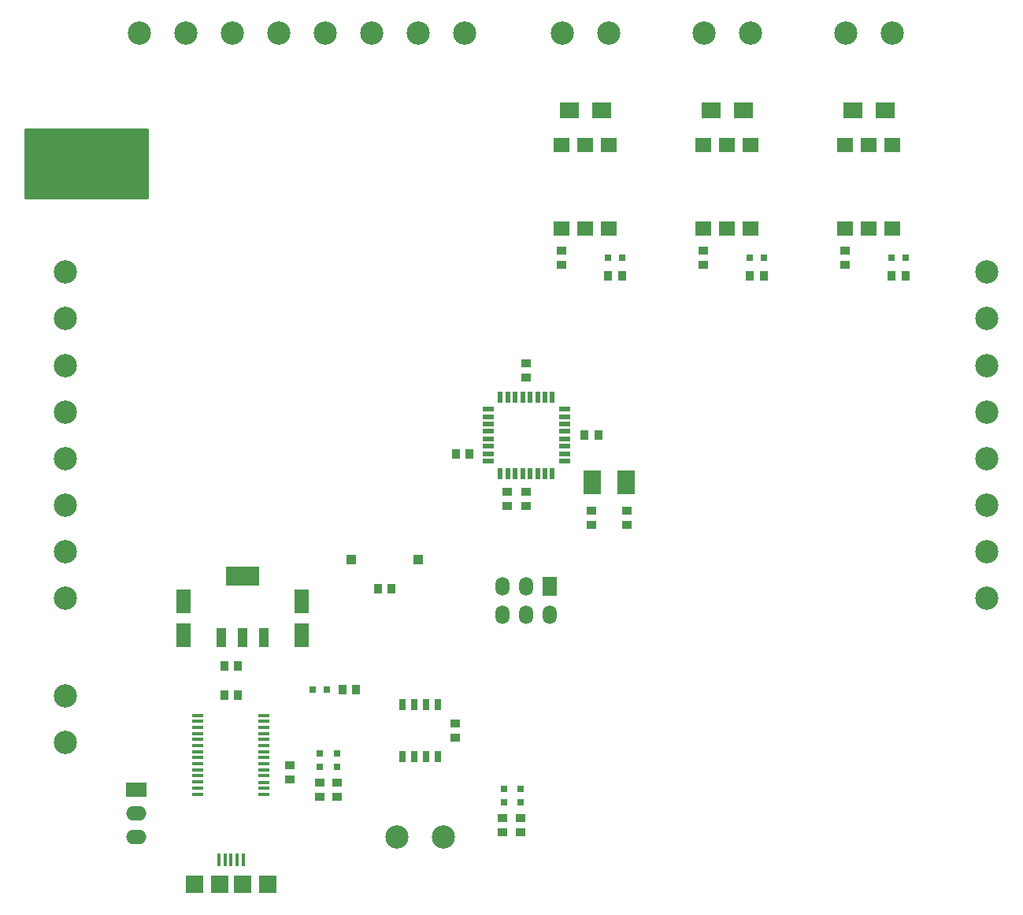
<source format=gts>
G04 (created by PCBNEW (2013-may-18)-stable) date Wed 01 Apr 2015 05:40:54 PM EDT*
%MOIN*%
G04 Gerber Fmt 3.4, Leading zero omitted, Abs format*
%FSLAX34Y34*%
G01*
G70*
G90*
G04 APERTURE LIST*
%ADD10C,0.00590551*%
%ADD11R,0.05X0.016*%
%ADD12R,0.144X0.08*%
%ADD13R,0.04X0.08*%
%ADD14R,0.025X0.05*%
%ADD15R,0.0394X0.0394*%
%ADD16R,0.06X0.0787*%
%ADD17O,0.06X0.0787*%
%ADD18R,0.0866X0.06*%
%ADD19O,0.0866X0.06*%
%ADD20C,0.0984252*%
%ADD21R,0.0708661X0.0590551*%
%ADD22R,0.0217X0.0512*%
%ADD23R,0.0512X0.0217*%
%ADD24R,0.0723291X0.0998882*%
%ADD25R,0.063X0.1024*%
%ADD26R,0.0394X0.0354*%
%ADD27R,0.0354X0.0394*%
%ADD28R,0.0314X0.0314*%
%ADD29R,0.0747X0.0747*%
%ADD30R,0.0157X0.0531*%
%ADD31R,0.0157X0.053*%
%ADD32R,0.0827X0.0669*%
%ADD33C,0.01*%
G04 APERTURE END LIST*
G54D10*
G54D11*
X25600Y-49850D03*
X25600Y-50100D03*
X25600Y-50360D03*
X25600Y-50620D03*
X25600Y-50870D03*
X25600Y-51130D03*
X25600Y-51390D03*
X25600Y-51640D03*
X25600Y-51900D03*
X25600Y-52150D03*
X25600Y-52410D03*
X25600Y-52670D03*
X25600Y-52920D03*
X25600Y-53180D03*
X28400Y-53180D03*
X28400Y-52920D03*
X28400Y-52680D03*
X28400Y-52410D03*
X28400Y-52150D03*
X28400Y-51900D03*
X28400Y-51640D03*
X28400Y-51390D03*
X28400Y-51130D03*
X28400Y-50870D03*
X28400Y-50620D03*
X28400Y-50360D03*
X28400Y-50100D03*
X28400Y-49850D03*
G54D12*
X27500Y-43950D03*
G54D13*
X27500Y-46550D03*
X28400Y-46550D03*
X26600Y-46550D03*
G54D14*
X35750Y-49400D03*
X35250Y-49400D03*
X34750Y-49400D03*
X34250Y-49400D03*
X34250Y-51600D03*
X34750Y-51600D03*
X35250Y-51600D03*
X35750Y-51600D03*
G54D15*
X34917Y-43250D03*
X32083Y-43250D03*
G54D16*
X40500Y-44402D03*
G54D17*
X40500Y-45598D03*
X39500Y-44402D03*
X39500Y-45598D03*
X38500Y-44402D03*
X38500Y-45598D03*
G54D18*
X23000Y-53000D03*
G54D19*
X23000Y-54000D03*
X23000Y-55000D03*
G54D20*
X59000Y-31110D03*
X59000Y-33078D03*
X59000Y-35047D03*
X59000Y-37015D03*
X59000Y-38984D03*
X59000Y-40952D03*
X59000Y-44889D03*
X59000Y-42921D03*
X23110Y-21000D03*
X25078Y-21000D03*
X27047Y-21000D03*
X29015Y-21000D03*
X30984Y-21000D03*
X32952Y-21000D03*
X36889Y-21000D03*
X34921Y-21000D03*
X20000Y-44889D03*
X20000Y-42921D03*
X20000Y-40952D03*
X20000Y-38984D03*
X20000Y-37015D03*
X20000Y-35047D03*
X20000Y-31110D03*
X20000Y-33078D03*
X42984Y-21000D03*
X41015Y-21000D03*
X20000Y-49015D03*
X20000Y-50984D03*
X48984Y-21000D03*
X47015Y-21000D03*
X54984Y-21000D03*
X53015Y-21000D03*
X34015Y-55000D03*
X35984Y-55000D03*
G54D21*
X53000Y-29274D03*
X54000Y-29274D03*
X55000Y-29274D03*
X55000Y-25726D03*
X54000Y-25726D03*
X53000Y-25728D03*
X47000Y-29274D03*
X48000Y-29274D03*
X49000Y-29274D03*
X49000Y-25726D03*
X48000Y-25726D03*
X47000Y-25728D03*
X41000Y-29274D03*
X42000Y-29274D03*
X43000Y-29274D03*
X43000Y-25726D03*
X42000Y-25726D03*
X41000Y-25728D03*
G54D22*
X39343Y-39614D03*
X39657Y-39614D03*
X39972Y-39614D03*
X40287Y-39614D03*
X40602Y-39614D03*
X38398Y-39614D03*
X38713Y-39614D03*
X39028Y-39614D03*
G54D23*
X41114Y-39102D03*
X41114Y-38787D03*
X41114Y-38472D03*
X41114Y-38157D03*
X41114Y-37843D03*
X41114Y-37528D03*
X41114Y-37213D03*
X41114Y-36898D03*
G54D22*
X40602Y-36386D03*
X40287Y-36386D03*
X39972Y-36386D03*
X39657Y-36386D03*
X39343Y-36386D03*
X39028Y-36386D03*
X38713Y-36386D03*
X38398Y-36386D03*
G54D23*
X37886Y-36898D03*
X37886Y-37213D03*
X37886Y-37528D03*
X37886Y-37843D03*
X37886Y-38157D03*
X37886Y-38472D03*
X37886Y-38787D03*
X37886Y-39102D03*
G54D24*
X43728Y-40000D03*
X42271Y-40000D03*
G54D25*
X25000Y-45041D03*
X25000Y-46459D03*
X30000Y-46459D03*
X30000Y-45041D03*
G54D26*
X42250Y-41204D03*
X42250Y-41796D03*
X43750Y-41204D03*
X43750Y-41796D03*
G54D27*
X27296Y-47750D03*
X26704Y-47750D03*
G54D26*
X29500Y-51954D03*
X29500Y-52546D03*
X36500Y-50796D03*
X36500Y-50204D03*
G54D27*
X42546Y-38000D03*
X41954Y-38000D03*
X36504Y-38800D03*
X37096Y-38800D03*
X27296Y-49000D03*
X26704Y-49000D03*
G54D26*
X38700Y-40996D03*
X38700Y-40404D03*
G54D28*
X38550Y-53545D03*
X38550Y-52955D03*
X39250Y-53545D03*
X39250Y-52955D03*
X31500Y-52045D03*
X31500Y-51455D03*
X30750Y-52045D03*
X30750Y-51455D03*
X31045Y-48750D03*
X30455Y-48750D03*
G54D26*
X38500Y-54204D03*
X38500Y-54796D03*
X39250Y-54204D03*
X39250Y-54796D03*
X31500Y-52704D03*
X31500Y-53296D03*
X30750Y-52704D03*
X30750Y-53296D03*
G54D27*
X32296Y-48750D03*
X31704Y-48750D03*
X33796Y-44500D03*
X33204Y-44500D03*
G54D26*
X39500Y-40404D03*
X39500Y-40996D03*
X39500Y-35546D03*
X39500Y-34954D03*
X47000Y-30796D03*
X47000Y-30204D03*
X41000Y-30796D03*
X41000Y-30204D03*
X53000Y-30796D03*
X53000Y-30204D03*
G54D29*
X26528Y-57000D03*
X27472Y-57000D03*
X28555Y-57000D03*
X25445Y-57000D03*
G54D30*
X26488Y-55947D03*
G54D31*
X26745Y-55947D03*
X27000Y-55947D03*
X27255Y-55947D03*
X27512Y-55947D03*
G54D28*
X43545Y-30500D03*
X42955Y-30500D03*
X49545Y-30500D03*
X48955Y-30500D03*
X55545Y-30500D03*
X54955Y-30500D03*
G54D32*
X42681Y-24250D03*
X41319Y-24250D03*
X48681Y-24250D03*
X47319Y-24250D03*
X54681Y-24250D03*
X53319Y-24250D03*
G54D27*
X49546Y-31250D03*
X48954Y-31250D03*
X43546Y-31250D03*
X42954Y-31250D03*
X55546Y-31250D03*
X54954Y-31250D03*
G54D10*
G36*
X23450Y-27950D02*
X18300Y-27950D01*
X18300Y-25050D01*
X23450Y-25050D01*
X23450Y-27950D01*
X23450Y-27950D01*
G37*
G54D33*
X23450Y-27950D02*
X18300Y-27950D01*
X18300Y-25050D01*
X23450Y-25050D01*
X23450Y-27950D01*
M02*

</source>
